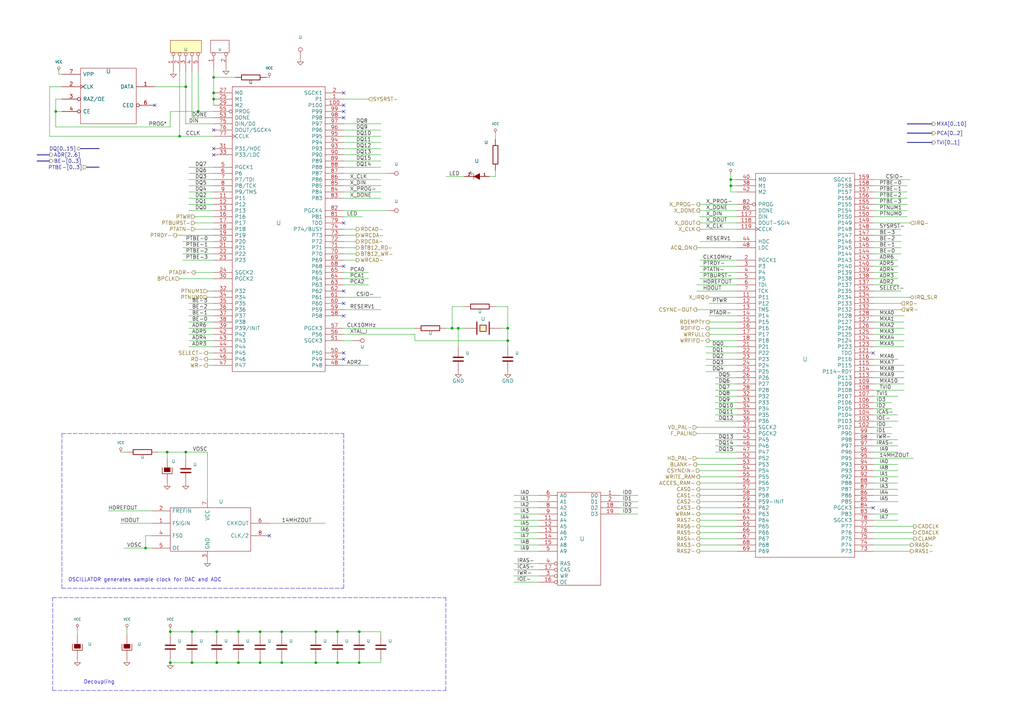
<source format=kicad_sch>
(kicad_sch (version 20220404) (generator eeschema)
  (paper "A3")
  (title_block (title "Video") (date "Sun 22 Mar 2015") (rev "2.0B") (company "Kicad EDA") (comment 1 "Xilinxs"))
  (junction (at 129.54 271.78) (diameter 0.9144))
  (junction (at 106.68 271.78) (diameter 0.9144))
  (junction (at 115.57 259.08) (diameter 0.9144))
  (junction (at 73.66 55.88) (diameter 0.9144))
  (junction (at 147.32 271.78) (diameter 0.9144))
  (junction (at 97.79 259.08) (diameter 0.9144))
  (junction (at 147.32 259.08) (diameter 0.9144))
  (junction (at 208.28 134.62) (diameter 0.9144))
  (junction (at 106.68 259.08) (diameter 0.9144))
  (junction (at 97.79 271.78) (diameter 0.9144))
  (junction (at 87.63 31.75) (diameter 0.9144))
  (junction (at 87.63 38.1) (diameter 0.9144))
  (junction (at 78.74 271.78) (diameter 0.9144))
  (junction (at 138.43 271.78) (diameter 0.9144))
  (junction (at 81.28 45.72) (diameter 0.9144))
  (junction (at 69.85 259.08) (diameter 0.9144))
  (junction (at 76.2 35.56) (diameter 0.9144))
  (junction (at 138.43 259.08) (diameter 0.9144))
  (junction (at 299.72 76.2) (diameter 0.9144))
  (junction (at 69.85 271.78) (diameter 0.9144))
  (junction (at 129.54 259.08) (diameter 0.9144))
  (junction (at 76.2 185.42) (diameter 0.9144))
  (junction (at 299.72 73.66) (diameter 0.9144))
  (junction (at 185.42 134.62) (diameter 0.9144))
  (junction (at 115.57 271.78) (diameter 0.9144))
  (junction (at 78.74 259.08) (diameter 0.9144))
  (junction (at 88.9 259.08) (diameter 0.9144))
  (junction (at 22.86 45.72) (diameter 0.9144))
  (junction (at 88.9 271.78) (diameter 0.9144))
  (junction (at 59.69 224.79) (diameter 0.9144))
  (junction (at 68.58 185.42) (diameter 0.9144))
  (junction (at 187.96 134.62) (diameter 0.9144))
  (junction (at 87.63 40.64) (diameter 0.9144))
  (junction (at 208.28 139.7) (diameter 0.9144))
  (no_connect (at 140.97 119.38))
  (no_connect (at 140.97 45.72))
  (no_connect (at 140.97 109.22))
  (no_connect (at 87.63 60.96))
  (no_connect (at 140.97 43.18))
  (no_connect (at 140.97 38.1))
  (no_connect (at 358.14 144.78))
  (no_connect (at 140.97 129.54))
  (no_connect (at 140.97 147.32))
  (no_connect (at 140.97 124.46))
  (no_connect (at 358.14 208.28))
  (no_connect (at 63.5 43.18))
  (no_connect (at 140.97 144.78))
  (no_connect (at 87.63 63.5))
  (no_connect (at 140.97 91.44))
  (no_connect (at 110.49 219.71))
  (no_connect (at 140.97 48.26))
  (no_connect (at 87.63 53.34))
  (wire (pts (xy 76.2 185.42) (xy 85.09 185.42)))
  (wire (pts (xy 73.66 55.88) (xy 87.63 55.88)))
  (wire (pts (xy 129.54 271.78) (xy 138.43 271.78)))
  (wire (pts (xy 85.09 149.86) (xy 87.63 149.86)))
  (wire (pts (xy 220.98 220.98) (xy 210.82 220.98)))
  (wire (pts (xy 287.02 210.82) (xy 302.26 210.82)))
  (wire (pts (xy 78.74 29.21) (xy 78.74 48.26)))
  (wire (pts (xy 358.14 162.56) (xy 368.3 162.56)))
  (wire (pts (xy 87.63 132.08) (xy 77.47 132.08)))
  (wire (pts (xy 78.74 48.26) (xy 87.63 48.26)))
  (wire (pts (xy 203.2 54.61) (xy 203.2 57.15)))
  (wire (pts (xy 208.28 125.73) (xy 208.28 134.62)))
  (wire (pts (xy 358.14 139.7) (xy 370.84 139.7)))
  (wire (pts (xy 140.97 101.6) (xy 146.05 101.6)))
  (wire (pts (xy 302.26 152.4) (xy 289.56 152.4)))
  (wire (pts (xy 24.13 30.48) (xy 25.4 30.48)))
  (wire (pts (xy 302.26 137.16) (xy 290.83 137.16)))
  (wire (pts (xy 68.58 199.39) (xy 68.58 198.12)))
  (wire (pts (xy 299.72 78.74) (xy 302.26 78.74)))
  (wire (pts (xy 358.14 177.8) (xy 365.76 177.8)))
  (wire (pts (xy 368.3 182.88) (xy 358.14 182.88)))
  (wire (pts (xy 287.02 208.28) (xy 302.26 208.28)))
  (wire (pts (xy 140.97 121.92) (xy 156.21 121.92)))
  (wire (pts (xy 358.14 154.94) (xy 370.84 154.94)))
  (wire (pts (xy 77.47 76.2) (xy 87.63 76.2)))
  (wire (pts (xy 52.07 271.78) (xy 52.07 270.51)))
  (wire (pts (xy 358.14 147.32) (xy 368.3 147.32)))
  (wire (pts (xy 140.97 50.8) (xy 156.21 50.8)))
  (wire (pts (xy 115.57 259.08) (xy 115.57 260.35)))
  (wire (pts (xy 358.14 187.96) (xy 374.65 187.96)))
  (wire (pts (xy 123.19 24.13) (xy 123.19 25.4)))
  (wire (pts (xy 358.14 175.26) (xy 365.76 175.26)))
  (wire (pts (xy 287.02 193.04) (xy 302.26 193.04)))
  (wire (pts (xy 299.72 73.66) (xy 302.26 73.66)))
  (wire (pts (xy 287.02 226.06) (xy 302.26 226.06)))
  (wire (pts (xy 302.26 114.3) (xy 287.02 114.3)))
  (wire (pts (xy 140.97 86.36) (xy 158.75 86.36)))
  (wire (pts (xy 187.96 153.67) (xy 187.96 152.4)))
  (bus (pts (xy 33.02 60.96) (xy 40.64 60.96)))
  (wire (pts (xy 220.98 218.44) (xy 210.82 218.44)))
  (wire (pts (xy 254 210.82) (xy 261.62 210.82)))
  (wire (pts (xy 87.63 139.7) (xy 77.47 139.7)))
  (wire (pts (xy 52.07 185.42) (xy 49.53 185.42)))
  (wire (pts (xy 140.97 104.14) (xy 146.05 104.14)))
  (wire (pts (xy 287.02 203.2) (xy 302.26 203.2)))
  (wire (pts (xy 220.98 205.74) (xy 210.82 205.74)))
  (wire (pts (xy 20.32 35.56) (xy 20.32 55.88)))
  (wire (pts (xy 140.97 53.34) (xy 156.21 53.34)))
  (wire (pts (xy 87.63 129.54) (xy 77.47 129.54)))
  (wire (pts (xy 140.97 78.74) (xy 156.21 78.74)))
  (wire (pts (xy 302.26 147.32) (xy 289.56 147.32)))
  (wire (pts (xy 293.37 167.64) (xy 302.26 167.64)))
  (wire (pts (xy 138.43 271.78) (xy 147.32 271.78)))
  (wire (pts (xy 358.14 223.52) (xy 373.38 223.52)))
  (wire (pts (xy 299.72 71.12) (xy 299.72 73.66)))
  (wire (pts (xy 69.85 45.72) (xy 81.28 45.72)))
  (wire (pts (xy 140.97 73.66) (xy 156.21 73.66)))
  (wire (pts (xy 293.37 185.42) (xy 302.26 185.42)))
  (wire (pts (xy 290.83 134.62) (xy 302.26 134.62)))
  (wire (pts (xy 358.14 160.02) (xy 370.84 160.02)))
  (wire (pts (xy 77.47 86.36) (xy 87.63 86.36)))
  (wire (pts (xy 170.18 139.7) (xy 170.18 137.16)))
  (wire (pts (xy 69.85 271.78) (xy 69.85 273.05)))
  (wire (pts (xy 140.97 68.58) (xy 156.21 68.58)))
  (wire (pts (xy 182.88 72.39) (xy 190.5 72.39)))
  (wire (pts (xy 290.83 139.7) (xy 302.26 139.7)))
  (wire (pts (xy 88.9 259.08) (xy 88.9 260.35)))
  (wire (pts (xy 358.14 215.9) (xy 374.65 215.9)))
  (wire (pts (xy 52.07 257.81) (xy 52.07 260.35)))
  (wire (pts (xy 88.9 270.51) (xy 88.9 271.78)))
  (wire (pts (xy 369.57 96.52) (xy 358.14 96.52)))
  (wire (pts (xy 88.9 271.78) (xy 97.79 271.78)))
  (wire (pts (xy 358.14 134.62) (xy 370.84 134.62)))
  (wire (pts (xy 287.02 93.98) (xy 302.26 93.98)))
  (wire (pts (xy 368.3 203.2) (xy 358.14 203.2)))
  (wire (pts (xy 140.97 139.7) (xy 144.78 139.7)))
  (wire (pts (xy 368.3 198.12) (xy 358.14 198.12)))
  (wire (pts (xy 358.14 73.66) (xy 373.38 73.66)))
  (wire (pts (xy 156.21 271.78) (xy 156.21 270.51)))
  (wire (pts (xy 87.63 38.1) (xy 87.63 40.64)))
  (wire (pts (xy 129.54 259.08) (xy 138.43 259.08)))
  (wire (pts (xy 140.97 76.2) (xy 156.21 76.2)))
  (wire (pts (xy 80.01 93.98) (xy 87.63 93.98)))
  (wire (pts (xy 220.98 213.36) (xy 210.82 213.36)))
  (wire (pts (xy 140.97 106.68) (xy 146.05 106.68)))
  (wire (pts (xy 24.13 29.21) (xy 24.13 30.48)))
  (wire (pts (xy 358.14 165.1) (xy 365.76 165.1)))
  (wire (pts (xy 115.57 271.78) (xy 129.54 271.78)))
  (wire (pts (xy 77.47 71.12) (xy 87.63 71.12)))
  (wire (pts (xy 88.9 259.08) (xy 97.79 259.08)))
  (wire (pts (xy 87.63 101.6) (xy 74.93 101.6)))
  (wire (pts (xy 147.32 271.78) (xy 156.21 271.78)))
  (wire (pts (xy 302.26 109.22) (xy 287.02 109.22)))
  (wire (pts (xy 372.11 88.9) (xy 358.14 88.9)))
  (wire (pts (xy 140.97 81.28) (xy 156.21 81.28)))
  (wire (pts (xy 372.11 83.82) (xy 358.14 83.82)))
  (wire (pts (xy 358.14 149.86) (xy 370.84 149.86)))
  (wire (pts (xy 254 205.74) (xy 261.62 205.74)))
  (wire (pts (xy 293.37 162.56) (xy 302.26 162.56)))
  (wire (pts (xy 368.3 172.72) (xy 358.14 172.72)))
  (wire (pts (xy 358.14 91.44) (xy 373.38 91.44)))
  (wire (pts (xy 372.11 86.36) (xy 358.14 86.36)))
  (bus (pts (xy 15.24 63.5) (xy 20.32 63.5)))
  (wire (pts (xy 69.85 259.08) (xy 69.85 260.35)))
  (wire (pts (xy 299.72 73.66) (xy 299.72 76.2)))
  (wire (pts (xy 80.01 88.9) (xy 87.63 88.9)))
  (wire (pts (xy 78.74 260.35) (xy 78.74 259.08)))
  (wire (pts (xy 59.69 224.79) (xy 59.69 219.71)))
  (wire (pts (xy 358.14 121.92) (xy 373.38 121.92)))
  (wire (pts (xy 50.8 224.79) (xy 59.69 224.79)))
  (wire (pts (xy 115.57 270.51) (xy 115.57 271.78)))
  (wire (pts (xy 287.02 215.9) (xy 302.26 215.9)))
  (wire (pts (xy 71.12 30.48) (xy 71.12 29.21)))
  (wire (pts (xy 69.85 271.78) (xy 78.74 271.78)))
  (wire (pts (xy 140.97 111.76) (xy 151.13 111.76)))
  (wire (pts (xy 358.14 142.24) (xy 370.84 142.24)))
  (bus (pts (xy 372.11 50.8) (xy 382.27 50.8)))
  (wire (pts (xy 220.98 238.76) (xy 210.82 238.76)))
  (wire (pts (xy 77.47 83.82) (xy 87.63 83.82)))
  (wire (pts (xy 140.97 99.06) (xy 146.05 99.06)))
  (wire (pts (xy 110.49 31.75) (xy 109.22 31.75)))
  (wire (pts (xy 140.97 88.9) (xy 148.59 88.9)))
  (wire (pts (xy 138.43 259.08) (xy 147.32 259.08)))
  (polyline (pts (xy 25.4 241.3) (xy 140.97 241.3)) (stroke (width 0) (type dash)))
  (wire (pts (xy 77.47 81.28) (xy 87.63 81.28)))
  (wire (pts (xy 285.75 177.8) (xy 302.26 177.8)))
  (wire (pts (xy 287.02 223.52) (xy 302.26 223.52)))
  (wire (pts (xy 140.97 93.98) (xy 146.05 93.98)))
  (wire (pts (xy 205.74 134.62) (xy 208.28 134.62)))
  (wire (pts (xy 368.3 210.82) (xy 358.14 210.82)))
  (wire (pts (xy 182.88 134.62) (xy 185.42 134.62)))
  (bus (pts (xy 15.24 66.04) (xy 20.32 66.04)))
  (wire (pts (xy 358.14 132.08) (xy 370.84 132.08)))
  (wire (pts (xy 156.21 127) (xy 140.97 127)))
  (wire (pts (xy 287.02 200.66) (xy 302.26 200.66)))
  (wire (pts (xy 287.02 88.9) (xy 302.26 88.9)))
  (polyline (pts (xy 21.59 283.21) (xy 182.88 283.21)) (stroke (width 0) (type dash)))
  (wire (pts (xy 77.47 73.66) (xy 87.63 73.66)))
  (wire (pts (xy 368.3 205.74) (xy 358.14 205.74)))
  (wire (pts (xy 85.09 144.78) (xy 87.63 144.78)))
  (wire (pts (xy 208.28 134.62) (xy 208.28 139.7)))
  (wire (pts (xy 87.63 27.94) (xy 87.63 31.75)))
  (wire (pts (xy 76.2 35.56) (xy 76.2 50.8)))
  (wire (pts (xy 20.32 55.88) (xy 73.66 55.88)))
  (wire (pts (xy 187.96 134.62) (xy 187.96 142.24)))
  (wire (pts (xy 302.26 99.06) (xy 287.02 99.06)))
  (wire (pts (xy 358.14 106.68) (xy 368.3 106.68)))
  (wire (pts (xy 78.74 270.51) (xy 78.74 271.78)))
  (wire (pts (xy 85.09 147.32) (xy 87.63 147.32)))
  (wire (pts (xy 85.09 119.38) (xy 87.63 119.38)))
  (wire (pts (xy 140.97 116.84) (xy 151.13 116.84)))
  (wire (pts (xy 285.75 187.96) (xy 302.26 187.96)))
  (wire (pts (xy 358.14 129.54) (xy 370.84 129.54)))
  (wire (pts (xy 220.98 215.9) (xy 210.82 215.9)))
  (wire (pts (xy 92.71 29.21) (xy 92.71 27.94)))
  (wire (pts (xy 76.2 185.42) (xy 76.2 187.96)))
  (wire (pts (xy 293.37 165.1) (xy 302.26 165.1)))
  (wire (pts (xy 368.3 180.34) (xy 358.14 180.34)))
  (wire (pts (xy 22.86 40.64) (xy 22.86 45.72)))
  (wire (pts (xy 76.2 199.39) (xy 76.2 198.12)))
  (wire (pts (xy 72.39 96.52) (xy 87.63 96.52)))
  (wire (pts (xy 44.45 209.55) (xy 62.23 209.55)))
  (wire (pts (xy 369.57 104.14) (xy 358.14 104.14)))
  (wire (pts (xy 77.47 68.58) (xy 87.63 68.58)))
  (wire (pts (xy 151.13 149.86) (xy 140.97 149.86)))
  (wire (pts (xy 287.02 86.36) (xy 302.26 86.36)))
  (wire (pts (xy 372.11 78.74) (xy 358.14 78.74)))
  (wire (pts (xy 302.26 142.24) (xy 289.56 142.24)))
  (wire (pts (xy 63.5 35.56) (xy 76.2 35.56)))
  (wire (pts (xy 87.63 134.62) (xy 77.47 134.62)))
  (wire (pts (xy 220.98 226.06) (xy 210.82 226.06)))
  (wire (pts (xy 31.75 271.78) (xy 31.75 270.51)))
  (wire (pts (xy 69.85 52.07) (xy 69.85 45.72)))
  (wire (pts (xy 368.3 190.5) (xy 358.14 190.5)))
  (wire (pts (xy 187.96 134.62) (xy 190.5 134.62)))
  (wire (pts (xy 147.32 259.08) (xy 147.32 260.35)))
  (polyline (pts (xy 21.59 283.21) (xy 21.59 245.11)) (stroke (width 0) (type dash)))
  (wire (pts (xy 368.3 213.36) (xy 358.14 213.36)))
  (wire (pts (xy 287.02 83.82) (xy 302.26 83.82)))
  (wire (pts (xy 185.42 125.73) (xy 190.5 125.73)))
  (wire (pts (xy 358.14 119.38) (xy 369.57 119.38)))
  (wire (pts (xy 287.02 106.68) (xy 302.26 106.68)))
  (wire (pts (xy 208.28 139.7) (xy 208.28 142.24)))
  (wire (pts (xy 25.4 45.72) (xy 22.86 45.72)))
  (wire (pts (xy 129.54 259.08) (xy 129.54 260.35)))
  (polyline (pts (xy 182.88 283.21) (xy 182.88 245.11)) (stroke (width 0) (type dash)))
  (wire (pts (xy 85.09 185.42) (xy 85.09 204.47)))
  (wire (pts (xy 185.42 125.73) (xy 185.42 134.62)))
  (wire (pts (xy 68.58 185.42) (xy 76.2 185.42)))
  (wire (pts (xy 358.14 167.64) (xy 365.76 167.64)))
  (wire (pts (xy 293.37 172.72) (xy 302.26 172.72)))
  (wire (pts (xy 358.14 218.44) (xy 374.65 218.44)))
  (bus (pts (xy 35.56 68.58) (xy 40.64 68.58)))
  (wire (pts (xy 77.47 78.74) (xy 87.63 78.74)))
  (wire (pts (xy 68.58 185.42) (xy 68.58 187.96)))
  (wire (pts (xy 368.3 111.76) (xy 358.14 111.76)))
  (wire (pts (xy 22.86 45.72) (xy 22.86 52.07)))
  (wire (pts (xy 49.53 214.63) (xy 62.23 214.63)))
  (wire (pts (xy 87.63 99.06) (xy 74.93 99.06)))
  (wire (pts (xy 59.69 219.71) (xy 62.23 219.71)))
  (bus (pts (xy 372.11 54.61) (xy 382.27 54.61)))
  (wire (pts (xy 287.02 198.12) (xy 302.26 198.12)))
  (wire (pts (xy 140.97 55.88) (xy 156.21 55.88)))
  (wire (pts (xy 156.21 259.08) (xy 156.21 260.35)))
  (wire (pts (xy 85.09 121.92) (xy 87.63 121.92)))
  (wire (pts (xy 293.37 182.88) (xy 302.26 182.88)))
  (wire (pts (xy 368.3 195.58) (xy 358.14 195.58)))
  (wire (pts (xy 185.42 134.62) (xy 187.96 134.62)))
  (wire (pts (xy 140.97 96.52) (xy 146.05 96.52)))
  (wire (pts (xy 287.02 220.98) (xy 302.26 220.98)))
  (wire (pts (xy 138.43 271.78) (xy 138.43 270.51)))
  (wire (pts (xy 302.26 149.86) (xy 289.56 149.86)))
  (wire (pts (xy 106.68 259.08) (xy 106.68 260.35)))
  (wire (pts (xy 64.77 185.42) (xy 68.58 185.42)))
  (wire (pts (xy 140.97 134.62) (xy 170.18 134.62)))
  (wire (pts (xy 220.98 203.2) (xy 210.82 203.2)))
  (wire (pts (xy 287.02 195.58) (xy 302.26 195.58)))
  (wire (pts (xy 368.3 114.3) (xy 358.14 114.3)))
  (wire (pts (xy 81.28 45.72) (xy 87.63 45.72)))
  (wire (pts (xy 129.54 271.78) (xy 129.54 270.51)))
  (wire (pts (xy 299.72 76.2) (xy 302.26 76.2)))
  (wire (pts (xy 78.74 271.78) (xy 88.9 271.78)))
  (wire (pts (xy 358.14 226.06) (xy 373.38 226.06)))
  (wire (pts (xy 147.32 259.08) (xy 156.21 259.08)))
  (wire (pts (xy 97.79 259.08) (xy 106.68 259.08)))
  (wire (pts (xy 358.14 124.46) (xy 369.57 124.46)))
  (wire (pts (xy 106.68 271.78) (xy 115.57 271.78)))
  (wire (pts (xy 368.3 185.42) (xy 358.14 185.42)))
  (wire (pts (xy 59.69 224.79) (xy 62.23 224.79)))
  (wire (pts (xy 285.75 116.84) (xy 302.26 116.84)))
  (wire (pts (xy 254 203.2) (xy 261.62 203.2)))
  (wire (pts (xy 293.37 170.18) (xy 302.26 170.18)))
  (wire (pts (xy 302.26 124.46) (xy 290.83 124.46)))
  (wire (pts (xy 293.37 180.34) (xy 302.26 180.34)))
  (wire (pts (xy 31.75 257.81) (xy 31.75 260.35)))
  (wire (pts (xy 110.49 214.63) (xy 133.35 214.63)))
  (wire (pts (xy 302.26 129.54) (xy 290.83 129.54)))
  (wire (pts (xy 106.68 259.08) (xy 115.57 259.08)))
  (wire (pts (xy 220.98 231.14) (xy 210.82 231.14)))
  (wire (pts (xy 220.98 236.22) (xy 210.82 236.22)))
  (wire (pts (xy 81.28 29.21) (xy 81.28 45.72)))
  (wire (pts (xy 106.68 270.51) (xy 106.68 271.78)))
  (wire (pts (xy 87.63 127) (xy 77.47 127)))
  (wire (pts (xy 69.85 270.51) (xy 69.85 271.78)))
  (wire (pts (xy 220.98 223.52) (xy 210.82 223.52)))
  (wire (pts (xy 203.2 125.73) (xy 208.28 125.73)))
  (wire (pts (xy 147.32 271.78) (xy 147.32 270.51)))
  (wire (pts (xy 140.97 60.96) (xy 156.21 60.96)))
  (wire (pts (xy 69.85 257.81) (xy 69.85 259.08)))
  (wire (pts (xy 368.3 193.04) (xy 358.14 193.04)))
  (wire (pts (xy 358.14 137.16) (xy 370.84 137.16)))
  (wire (pts (xy 293.37 160.02) (xy 302.26 160.02)))
  (wire (pts (xy 285.75 190.5) (xy 302.26 190.5)))
  (wire (pts (xy 208.28 152.4) (xy 208.28 153.67)))
  (wire (pts (xy 285.75 119.38) (xy 302.26 119.38)))
  (wire (pts (xy 372.11 76.2) (xy 358.14 76.2)))
  (wire (pts (xy 140.97 66.04) (xy 156.21 66.04)))
  (wire (pts (xy 302.26 144.78) (xy 289.56 144.78)))
  (wire (pts (xy 87.63 104.14) (xy 74.93 104.14)))
  (wire (pts (xy 220.98 208.28) (xy 210.82 208.28)))
  (wire (pts (xy 203.2 72.39) (xy 203.2 69.85)))
  (wire (pts (xy 140.97 114.3) (xy 151.13 114.3)))
  (wire (pts (xy 87.63 40.64) (xy 87.63 43.18)))
  (wire (pts (xy 220.98 210.82) (xy 210.82 210.82)))
  (wire (pts (xy 87.63 142.24) (xy 77.47 142.24)))
  (wire (pts (xy 302.26 111.76) (xy 287.02 111.76)))
  (wire (pts (xy 285.75 175.26) (xy 302.26 175.26)))
  (wire (pts (xy 369.57 99.06) (xy 358.14 99.06)))
  (wire (pts (xy 372.11 81.28) (xy 358.14 81.28)))
  (wire (pts (xy 369.57 93.98) (xy 358.14 93.98)))
  (wire (pts (xy 287.02 218.44) (xy 302.26 218.44)))
  (wire (pts (xy 299.72 76.2) (xy 299.72 78.74)))
  (wire (pts (xy 368.3 109.22) (xy 358.14 109.22)))
  (wire (pts (xy 138.43 259.08) (xy 138.43 260.35)))
  (wire (pts (xy 358.14 220.98) (xy 374.65 220.98)))
  (wire (pts (xy 87.63 114.3) (xy 73.66 114.3)))
  (wire (pts (xy 254 208.28) (xy 261.62 208.28)))
  (wire (pts (xy 87.63 31.75) (xy 87.63 38.1)))
  (wire (pts (xy 220.98 233.68) (xy 210.82 233.68)))
  (wire (pts (xy 302.26 121.92) (xy 290.83 121.92)))
  (wire (pts (xy 302.26 132.08) (xy 290.83 132.08)))
  (wire (pts (xy 151.13 40.64) (xy 140.97 40.64)))
  (polyline (pts (xy 21.59 245.11) (xy 182.88 245.11)) (stroke (width 0) (type dash)))
  (bus (pts (xy 372.11 58.42) (xy 382.27 58.42)))
  (wire (pts (xy 97.79 271.78) (xy 106.68 271.78)))
  (polyline (pts (xy 25.4 241.3) (xy 25.4 177.8)) (stroke (width 0) (type dash)))
  (wire (pts (xy 287.02 205.74) (xy 302.26 205.74)))
  (wire (pts (xy 208.28 139.7) (xy 170.18 139.7)))
  (wire (pts (xy 73.66 29.21) (xy 73.66 55.88)))
  (wire (pts (xy 22.86 52.07) (xy 69.85 52.07)))
  (wire (pts (xy 80.01 91.44) (xy 87.63 91.44)))
  (wire (pts (xy 96.52 31.75) (xy 87.63 31.75)))
  (wire (pts (xy 200.66 72.39) (xy 203.2 72.39)))
  (wire (pts (xy 287.02 213.36) (xy 302.26 213.36)))
  (wire (pts (xy 87.63 124.46) (xy 77.47 124.46)))
  (wire (pts (xy 87.63 137.16) (xy 77.47 137.16)))
  (wire (pts (xy 358.14 127) (xy 369.57 127)))
  (wire (pts (xy 358.14 152.4) (xy 370.84 152.4)))
  (polyline (pts (xy 140.97 241.3) (xy 140.97 177.8)) (stroke (width 0) (type dash)))
  (wire (pts (xy 25.4 35.56) (xy 20.32 35.56)))
  (wire (pts (xy 87.63 106.68) (xy 74.93 106.68)))
  (wire (pts (xy 358.14 157.48) (xy 370.84 157.48)))
  (wire (pts (xy 97.79 270.51) (xy 97.79 271.78)))
  (wire (pts (xy 368.3 170.18) (xy 358.14 170.18)))
  (wire (pts (xy 285.75 101.6) (xy 302.26 101.6)))
  (wire (pts (xy 285.75 127) (xy 302.26 127)))
  (wire (pts (xy 140.97 71.12) (xy 158.75 71.12)))
  (wire (pts (xy 369.57 101.6) (xy 358.14 101.6)))
  (wire (pts (xy 25.4 40.64) (xy 22.86 40.64)))
  (wire (pts (xy 85.09 229.87) (xy 85.09 231.14)))
  (wire (pts (xy 76.2 50.8) (xy 87.63 50.8)))
  (wire (pts (xy 140.97 63.5) (xy 156.21 63.5)))
  (wire (pts (xy 69.85 259.08) (xy 78.74 259.08)))
  (wire (pts (xy 76.2 29.21) (xy 76.2 35.56)))
  (wire (pts (xy 368.3 116.84) (xy 358.14 116.84)))
  (wire (pts (xy 287.02 91.44) (xy 302.26 91.44)))
  (wire (pts (xy 78.74 259.08) (xy 88.9 259.08)))
  (wire (pts (xy 115.57 259.08) (xy 129.54 259.08)))
  (wire (pts (xy 368.3 200.66) (xy 358.14 200.66)))
  (wire (pts (xy 80.01 111.76) (xy 87.63 111.76)))
  (wire (pts (xy 302.26 154.94) (xy 293.37 154.94)))
  (wire (pts (xy 140.97 58.42) (xy 156.21 58.42)))
  (wire (pts (xy 170.18 137.16) (xy 140.97 137.16)))
  (wire (pts (xy 97.79 260.35) (xy 97.79 259.08)))
  (polyline (pts (xy 25.4 177.8) (xy 140.97 177.8)) (stroke (width 0) (type dash)))
  (wire (pts (xy 302.26 157.48) (xy 293.37 157.48)))
  (text "Decoupling" (at 34.29 280.67 0) (effects (font (size 1.524 1.524)) (justify left bottom)))
  (text "OSCILLATOR generates sample clock for DAC and ADC" (at 27.94 238.76 0) (effects (font (size 1.524 1.524)) (justify left bottom)))
  (label "X_CLK" (at 143.51 73.66 0) (effects (font (size 1.524 1.524))))
  (label "TVI0" (at 360.68 160.02 0) (effects (font (size 1.524 1.524))))
  (label "DQ1" (at 80.01 83.82 0) (effects (font (size 1.524 1.524))))
  (label "CSIO-" (at 146.05 121.92 0) (effects (font (size 1.524 1.524))))
  (label "BE-0" (at 360.68 104.14 0) (effects (font (size 1.524 1.524))))
  (label "IA9" (at 213.36 226.06 0) (effects (font (size 1.524 1.524))))
  (label "IA3" (at 360.68 200.66 0) (effects (font (size 1.524 1.524))))
  (label "BE-3" (at 78.74 124.46 0) (effects (font (size 1.524 1.524))))
  (label "RESERV1" (at 143.51 127 0) (effects (font (size 1.524 1.524))))
  (label "DQ11" (at 146.05 58.42 0) (effects (font (size 1.524 1.524))))
  (label "DQ0" (at 80.01 86.36 0) (effects (font (size 1.524 1.524))))
  (label "ID2" (at 255.27 208.28 0) (effects (font (size 1.524 1.524))))
  (label "MXA8" (at 360.68 152.4 0) (effects (font (size 1.524 1.524))))
  (label "MXA2" (at 360.68 134.62 0) (effects (font (size 1.524 1.524))))
  (label "DONE" (at 78.74 48.26 0) (effects (font (size 1.524 1.524))))
  (label "ADR5" (at 78.74 137.16 0) (effects (font (size 1.524 1.524))))
  (label "MXA1" (at 360.68 132.08 0) (effects (font (size 1.524 1.524))))
  (label "PTBE-2" (at 360.68 81.28 0) (effects (font (size 1.524 1.524))))
  (label "BE-0" (at 78.74 132.08 0) (effects (font (size 1.524 1.524))))
  (label "14MHZOUT" (at 115.57 214.63 0) (effects (font (size 1.524 1.524))))
  (label "DQ5" (at 80.01 76.2 0) (effects (font (size 1.524 1.524))))
  (label "PTBE-1" (at 76.2 101.6 0) (effects (font (size 1.524 1.524))))
  (label "IRAS-" (at 359.41 182.88 0) (effects (font (size 1.524 1.524))))
  (label "HDOUT" (at 288.29 119.38 0) (effects (font (size 1.524 1.524))))
  (label "ADR6" (at 360.68 106.68 0) (effects (font (size 1.524 1.524))))
  (label "X_PROG-" (at 289.56 83.82 0) (effects (font (size 1.524 1.524))))
  (label "DQ1" (at 292.1 144.78 0) (effects (font (size 1.524 1.524))))
  (label "ADR2" (at 142.24 149.86 0) (effects (font (size 1.524 1.524))))
  (label "PTBE-3" (at 360.68 83.82 0) (effects (font (size 1.524 1.524))))
  (label "PCA1" (at 143.51 114.3 0) (effects (font (size 1.524 1.524))))
  (label "IA4" (at 213.36 213.36 0) (effects (font (size 1.524 1.524))))
  (label "DQ4" (at 292.1 152.4 0) (effects (font (size 1.524 1.524))))
  (label "ADR3" (at 360.68 114.3 0) (effects (font (size 1.524 1.524))))
  (label "MXA6" (at 360.68 147.32 0) (effects (font (size 1.524 1.524))))
  (label "DIN" (at 77.47 50.8 0) (effects (font (size 1.524 1.524))))
  (label "MXA4" (at 360.68 139.7 0) (effects (font (size 1.524 1.524))))
  (label "IA7" (at 360.68 213.36 0) (effects (font (size 1.524 1.524))))
  (label "DQ11" (at 294.64 170.18 0) (effects (font (size 1.524 1.524))))
  (label "DQ2" (at 80.01 81.28 0) (effects (font (size 1.524 1.524))))
  (label "DQ9" (at 294.64 165.1 0) (effects (font (size 1.524 1.524))))
  (label "X_DONE" (at 289.56 86.36 0) (effects (font (size 1.524 1.524))))
  (label "PTADR-" (at 290.83 129.54 0) (effects (font (size 1.524 1.524))))
  (label "HDREFOUT" (at 44.45 209.55 0) (effects (font (size 1.524 1.524))))
  (label "IA8" (at 213.36 223.52 0) (effects (font (size 1.524 1.524))))
  (label "IA2" (at 360.68 198.12 0) (effects (font (size 1.524 1.524))))
  (label "ADR4" (at 360.68 111.76 0) (effects (font (size 1.524 1.524))))
  (label "BE-1" (at 360.68 101.6 0) (effects (font (size 1.524 1.524))))
  (label "DQ7" (at 80.01 68.58 0) (effects (font (size 1.524 1.524))))
  (label "PTNUM0" (at 360.68 88.9 0) (effects (font (size 1.524 1.524))))
  (label "ID1" (at 255.27 205.74 0) (effects (font (size 1.524 1.524))))
  (label "HDOUT" (at 49.53 214.63 0) (effects (font (size 1.524 1.524))))
  (label "X_DIN" (at 289.56 88.9 0) (effects (font (size 1.524 1.524))))
  (label "IA1" (at 360.68 195.58 0) (effects (font (size 1.524 1.524))))
  (label "MXA5" (at 360.68 142.24 0) (effects (font (size 1.524 1.524))))
  (label "DQ9" (at 146.05 53.34 0) (effects (font (size 1.524 1.524))))
  (label "IA8" (at 360.68 193.04 0) (effects (font (size 1.524 1.524))))
  (label "DQ0" (at 292.1 142.24 0) (effects (font (size 1.524 1.524))))
  (label "MXA0" (at 360.68 129.54 0) (effects (font (size 1.524 1.524))))
  (label "RESERV1" (at 289.56 99.06 0) (effects (font (size 1.524 1.524))))
  (label "DQ5" (at 294.64 154.94 0) (effects (font (size 1.524 1.524))))
  (label "PTBE-3" (at 76.2 106.68 0) (effects (font (size 1.524 1.524))))
  (label "ICAS-" (at 359.41 170.18 0) (effects (font (size 1.524 1.524))))
  (label "VOSC" (at 52.07 224.79 0) (effects (font (size 1.524 1.524))))
  (label "TVI1" (at 359.41 162.56 0) (effects (font (size 1.524 1.524))))
  (label "ADR5" (at 360.68 109.22 0) (effects (font (size 1.524 1.524))))
  (label "ADR2" (at 360.68 116.84 0) (effects (font (size 1.524 1.524))))
  (label "DQ14" (at 146.05 68.58 0) (effects (font (size 1.524 1.524))))
  (label "IA7" (at 213.36 220.98 0) (effects (font (size 1.524 1.524))))
  (label "LED" (at 142.24 88.9 0) (effects (font (size 1.524 1.524))))
  (label "DQ15" (at 146.05 66.04 0) (effects (font (size 1.524 1.524))))
  (label "ICAS-" (at 212.09 233.68 0) (effects (font (size 1.524 1.524))))
  (label "MXA7" (at 360.68 149.86 0) (effects (font (size 1.524 1.524))))
  (label "MXA9" (at 360.68 154.94 0) (effects (font (size 1.524 1.524))))
  (label "PCA0" (at 143.51 111.76 0) (effects (font (size 1.524 1.524))))
  (label "VOSC" (at 85.09 185.42 0) (effects (font (size 1.524 1.524))))
  (label "CLK10MHz" (at 288.29 106.68 0) (effects (font (size 1.524 1.524))))
  (label "X_DOUT" (at 289.56 91.44 0) (effects (font (size 1.524 1.524))))
  (label "IA5" (at 213.36 215.9 0) (effects (font (size 1.524 1.524))))
  (label "PCA2" (at 143.51 116.84 0) (effects (font (size 1.524 1.524))))
  (label "MXA3" (at 360.68 137.16 0) (effects (font (size 1.524 1.524))))
  (label "DQ8" (at 146.05 50.8 0) (effects (font (size 1.524 1.524))))
  (label "PTWR" (at 292.1 124.46 0) (effects (font (size 1.524 1.524))))
  (label "IA6" (at 213.36 218.44 0) (effects (font (size 1.524 1.524))))
  (label "IA4" (at 360.68 203.2 0) (effects (font (size 1.524 1.524))))
  (label "X_PROG-" (at 143.51 78.74 0) (effects (font (size 1.524 1.524))))
  (label "SYSRST-" (at 360.68 93.98 0) (effects (font (size 1.524 1.524))))
  (label "BE-3" (at 360.68 96.52 0) (effects (font (size 1.524 1.524))))
  (label "DQ13" (at 146.05 63.5 0) (effects (font (size 1.524 1.524))))
  (label "XTAL_I" (at 143.51 137.16 0) (effects (font (size 1.524 1.524))))
  (label "DQ12" (at 146.05 60.96 0) (effects (font (size 1.524 1.524))))
  (label "CCLK" (at 76.2 55.88 0) (effects (font (size 1.524 1.524))))
  (label "ADR4" (at 78.74 139.7 0) (effects (font (size 1.524 1.524))))
  (label "PROG*" (at 60.96 52.07 0) (effects (font (size 1.524 1.524))))
  (label "DQ3" (at 292.1 149.86 0) (effects (font (size 1.524 1.524))))
  (label "ID1" (at 359.41 177.8 0) (effects (font (size 1.524 1.524))))
  (label "PTATN-" (at 288.29 111.76 0) (effects (font (size 1.524 1.524))))
  (label "IWR-" (at 212.09 236.22 0) (effects (font (size 1.524 1.524))))
  (label "IWR-" (at 359.41 180.34 0) (effects (font (size 1.524 1.524))))
  (label "ID3" (at 359.41 165.1 0) (effects (font (size 1.524 1.524))))
  (label "IA2" (at 213.36 208.28 0) (effects (font (size 1.524 1.524))))
  (label "IA1" (at 213.36 205.74 0) (effects (font (size 1.524 1.524))))
  (label "PTNUM1" (at 360.68 86.36 0) (effects (font (size 1.524 1.524))))
  (label "DQ6" (at 294.64 157.48 0) (effects (font (size 1.524 1.524))))
  (label "IOE-" (at 359.41 172.72 0) (effects (font (size 1.524 1.524))))
  (label "PTRDY-" (at 288.29 109.22 0) (effects (font (size 1.524 1.524))))
  (label "DQ13" (at 294.64 180.34 0) (effects (font (size 1.524 1.524))))
  (label "IA3" (at 213.36 210.82 0) (effects (font (size 1.524 1.524))))
  (label "DQ12" (at 294.64 172.72 0) (effects (font (size 1.524 1.524))))
  (label "ID3" (at 255.27 210.82 0) (effects (font (size 1.524 1.524))))
  (label "X_DONE" (at 143.51 81.28 0) (effects (font (size 1.524 1.524))))
  (label "PTBE-0" (at 76.2 99.06 0) (effects (font (size 1.524 1.524))))
  (label "X_DIN" (at 143.51 76.2 0) (effects (font (size 1.524 1.524))))
  (label "BE-2" (at 78.74 127 0) (effects (font (size 1.524 1.524))))
  (label "IA0" (at 360.68 190.5 0) (effects (font (size 1.524 1.524))))
  (label "ADR6" (at 78.74 134.62 0) (effects (font (size 1.524 1.524))))
  (label "PTBE-0" (at 360.68 76.2 0) (effects (font (size 1.524 1.524))))
  (label "PTBE-2" (at 76.2 104.14 0) (effects (font (size 1.524 1.524))))
  (label "DQ4" (at 80.01 78.74 0) (effects (font (size 1.524 1.524))))
  (label "HDREFOUT" (at 288.29 116.84 0) (effects (font (size 1.524 1.524))))
  (label "BE-2" (at 360.68 99.06 0) (effects (font (size 1.524 1.524))))
  (label "DQ3" (at 80.01 73.66 0) (effects (font (size 1.524 1.524))))
  (label "IOE-" (at 212.09 238.76 0) (effects (font (size 1.524 1.524))))
  (label "IA5" (at 360.68 205.74 0) (effects (font (size 1.524 1.524))))
  (label "DQ14" (at 294.64 182.88 0) (effects (font (size 1.524 1.524))))
  (label "14MHZOUT" (at 360.68 187.96 0) (effects (font (size 1.524 1.524))))
  (label "IA6" (at 360.68 210.82 0) (effects (font (size 1.524 1.524))))
  (label "IRAS-" (at 212.09 231.14 0) (effects (font (size 1.524 1.524))))
  (label "IA0" (at 213.36 203.2 0) (effects (font (size 1.524 1.524))))
  (label "PTBURST-" (at 288.29 114.3 0) (effects (font (size 1.524 1.524))))
  (label "PTBE-1" (at 360.68 78.74 0) (effects (font (size 1.524 1.524))))
  (label "ID0" (at 255.27 203.2 0) (effects (font (size 1.524 1.524))))
  (label "ID0" (at 359.41 175.26 0) (effects (font (size 1.524 1.524))))
  (label "X_CLK" (at 289.56 93.98 0) (effects (font (size 1.524 1.524))))
  (label "CLK10MHz" (at 142.24 134.62 0) (effects (font (size 1.524 1.524))))
  (label "MXA10" (at 360.68 157.48 0) (effects (font (size 1.524 1.524))))
  (label "ID2" (at 359.41 167.64 0) (effects (font (size 1.524 1.524))))
  (label "ADR3" (at 78.74 142.24 0) (effects (font (size 1.524 1.524))))
  (label "DQ8" (at 294.64 162.56 0) (effects (font (size 1.524 1.524))))
  (label "LED" (at 184.15 72.39 0) (effects (font (size 1.524 1.524))))
  (label "DQ10" (at 146.05 55.88 0) (effects (font (size 1.524 1.524))))
  (label "DQ2" (at 292.1 147.32 0) (effects (font (size 1.524 1.524))))
  (label "IA9" (at 360.68 185.42 0) (effects (font (size 1.524 1.524))))
  (label "DQ6" (at 80.01 71.12 0) (effects (font (size 1.524 1.524))))
  (label "DQ7" (at 294.64 160.02 0) (effects (font (size 1.524 1.524))))
  (label "DQ10" (at 294.64 167.64 0) (effects (font (size 1.524 1.524))))
  (label "CSIO-" (at 363.22 73.66 0) (effects (font (size 1.524 1.524))))
  (label "DQ15" (at 294.64 185.42 0) (effects (font (size 1.524 1.524))))
  (label "BE-1" (at 78.74 129.54 0) (effects (font (size 1.524 1.524))))
  (label "SELECT-" (at 360.68 119.38 0) (effects (font (size 1.524 1.524))))
  (hierarchical_label "RAS7-" (shape output) (at 287.02 213.36 180) (effects (font (size 1.524 1.524))))
  (hierarchical_label "RDEMPTY" (shape output) (at 290.83 132.08 180) (effects (font (size 1.524 1.524))))
  (hierarchical_label "X_DOUT" (shape output) (at 287.02 91.44 180) (effects (font (size 1.524 1.524))))
  (hierarchical_label "PCA[0..2]" (shape output) (at 382.27 54.61 0) (effects (font (size 1.524 1.524))))
  (hierarchical_label "RDFIFO-" (shape output) (at 290.83 134.62 180) (effects (font (size 1.524 1.524))))
  (hierarchical_label "PTNUM1" (shape input) (at 85.09 119.38 180) (effects (font (size 1.524 1.524))))
  (hierarchical_label "X_IRQ" (shape bidirectional) (at 290.83 121.92 180) (effects (font (size 1.524 1.524))))
  (hierarchical_label "CSYNC-OUT" (shape output) (at 285.75 127 180) (effects (font (size 1.524 1.524))))
  (hierarchical_label "RAS4-" (shape output) (at 287.02 220.98 180) (effects (font (size 1.524 1.524))))
  (hierarchical_label "PTATN-" (shape input) (at 80.01 93.98 180) (effects (font (size 1.524 1.524))))
  (hierarchical_label "WRITE_RAM" (shape output) (at 287.02 195.58 180) (effects (font (size 1.524 1.524))))
  (hierarchical_label "ACQ_ON" (shape output) (at 285.75 101.6 180) (effects (font (size 1.524 1.524))))
  (hierarchical_label "X_PROG-" (shape output) (at 287.02 83.82 180) (effects (font (size 1.524 1.524))))
  (hierarchical_label "WR-" (shape input) (at 369.57 127 0) (effects (font (size 1.524 1.524))))
  (hierarchical_label "CSYNCIN-" (shape input) (at 287.02 193.04 180) (effects (font (size 1.524 1.524))))
  (hierarchical_label "CAS1-" (shape output) (at 287.02 203.2 180) (effects (font (size 1.524 1.524))))
  (hierarchical_label "HD_PAL-" (shape input) (at 285.75 187.96 180) (effects (font (size 1.524 1.524))))
  (hierarchical_label "PTWR" (shape input) (at 80.01 88.9 180) (effects (font (size 1.524 1.524))))
  (hierarchical_label "BE-[0..3]" (shape output) (at 20.32 66.04 0) (effects (font (size 1.524 1.524))))
  (hierarchical_label "PTRDY-" (shape output) (at 72.39 96.52 180) (effects (font (size 1.524 1.524))))
  (hierarchical_label "ADR[2..6]" (shape output) (at 20.32 63.5 0) (effects (font (size 1.524 1.524))))
  (hierarchical_label "WRCAD-" (shape output) (at 146.05 106.68 0) (effects (font (size 1.524 1.524))))
  (hierarchical_label "PTBURST-" (shape input) (at 80.01 91.44 180) (effects (font (size 1.524 1.524))))
  (hierarchical_label "BPCLK" (shape input) (at 73.66 114.3 180) (effects (font (size 1.524 1.524))))
  (hierarchical_label "RAS0-" (shape output) (at 373.38 223.52 0) (effects (font (size 1.524 1.524))))
  (hierarchical_label "IRQ-" (shape input) (at 373.38 91.44 0) (effects (font (size 1.524 1.524))))
  (hierarchical_label "SELECT-" (shape output) (at 85.09 144.78 180) (effects (font (size 1.524 1.524))))
  (hierarchical_label "MXA[0..10]" (shape output) (at 382.27 50.8 0) (effects (font (size 1.524 1.524))))
  (hierarchical_label "RD-" (shape output) (at 85.09 147.32 180) (effects (font (size 1.524 1.524))))
  (hierarchical_label "CLAMP" (shape output) (at 374.65 220.98 0) (effects (font (size 1.524 1.524))))
  (hierarchical_label "SYSRST-" (shape input) (at 151.13 40.64 0) (effects (font (size 1.524 1.524))))
  (hierarchical_label "WRAM-" (shape output) (at 287.02 210.82 180) (effects (font (size 1.524 1.524))))
  (hierarchical_label "ACCES_RAM-" (shape output) (at 287.02 198.12 180) (effects (font (size 1.524 1.524))))
  (hierarchical_label "X_DONE" (shape output) (at 287.02 86.36 180) (effects (font (size 1.524 1.524))))
  (hierarchical_label "TVI[0..1]" (shape output) (at 382.27 58.42 0) (effects (font (size 1.524 1.524))))
  (hierarchical_label "RDCAD-" (shape output) (at 146.05 93.98 0) (effects (font (size 1.524 1.524))))
  (hierarchical_label "X_CLK" (shape output) (at 287.02 93.98 180) (effects (font (size 1.524 1.524))))
  (hierarchical_label "RAS6-" (shape output) (at 287.02 215.9 180) (effects (font (size 1.524 1.524))))
  (hierarchical_label "BLANK-" (shape output) (at 285.75 190.5 180) (effects (font (size 1.524 1.524))))
  (hierarchical_label "BT812_WR-" (shape output) (at 146.05 104.14 0) (effects (font (size 1.524 1.524))))
  (hierarchical_label "CAS2-" (shape output) (at 287.02 205.74 180) (effects (font (size 1.524 1.524))))
  (hierarchical_label "PTBE-[0..3]" (shape input) (at 35.56 68.58 180) (effects (font (size 1.524 1.524))))
  (hierarchical_label "RAS3-" (shape output) (at 287.02 223.52 180) (effects (font (size 1.524 1.524))))
  (hierarchical_label "RAS2-" (shape output) (at 287.02 226.06 180) (effects (font (size 1.524 1.524))))
  (hierarchical_label "WRFIFO-" (shape output) (at 290.83 139.7 180) (effects (font (size 1.524 1.524))))
  (hierarchical_label "CADCLK" (shape output) (at 374.65 215.9 0) (effects (font (size 1.524 1.524))))
  (hierarchical_label "RD-" (shape input) (at 369.57 124.46 0) (effects (font (size 1.524 1.524))))
  (hierarchical_label "CAS0-" (shape output) (at 287.02 200.66 180) (effects (font (size 1.524 1.524))))
  (hierarchical_label "RAS1-" (shape output) (at 373.38 226.06 0) (effects (font (size 1.524 1.524))))
  (hierarchical_label "RDCDA-" (shape output) (at 146.05 99.06 0) (effects (font (size 1.524 1.524))))
  (hierarchical_label "PTNUM0" (shape input) (at 85.09 121.92 180) (effects (font (size 1.524 1.524))))
  (hierarchical_label "IRQ_SLR" (shape bidirectional) (at 373.38 121.92 0) (effects (font (size 1.524 1.524))))
  (hierarchical_label "DQ[0..15]" (shape tri_state) (at 33.02 60.96 180) (effects (font (size 1.524 1.524))))
  (hierarchical_label "WRCDA-" (shape output) (at 146.05 96.52 0) (effects (font (size 1.524 1.524))))
  (hierarchical_label "CAS3-" (shape output) (at 287.02 208.28 180) (effects (font (size 1.524 1.524))))
  (hierarchical_label "BT812_RD-" (shape output) (at 146.05 101.6 0) (effects (font (size 1.524 1.524))))
  (hierarchical_label "PTADR-" (shape output) (at 80.01 111.76 180) (effects (font (size 1.524 1.524))))
  (hierarchical_label "CDACLK" (shape output) (at 374.65 218.44 0) (effects (font (size 1.524 1.524))))
  (hierarchical_label "F_PALIN" (shape input) (at 285.75 177.8 180) (effects (font (size 1.524 1.524))))
  (hierarchical_label "VD_PAL-" (shape input) (at 285.75 175.26 180) (effects (font (size 1.524 1.524))))
  (hierarchical_label "RAS5-" (shape output) (at 287.02 218.44 180) (effects (font (size 1.524 1.524))))
  (hierarchical_label "WR-" (shape output) (at 85.09 149.86 180) (effects (font (size 1.524 1.524))))
  (hierarchical_label "WRFULL" (shape output) (at 290.83 137.16 180) (effects (font (size 1.524 1.524))))
  (symbol (lib_id "video_schlib:GND") (at 68.58 199.39 0) (unit 1)
    (default_instance (reference "U") (unit 1) (value "") (footprint ""))
    (property "Reference" "U" (effects hide))
  )
  (symbol (lib_id "video_schlib:CP") (at 68.58 193.04 0) (unit 1)
    (default_instance (reference "U") (unit 1) (value "") (footprint ""))
    (property "Reference" "U" (at 71.12 189.23 0))
  )
  (symbol (lib_id "video_schlib:AV9173") (at 86.36 217.17 0) (unit 1)
    (default_instance (reference "U") (unit 1) (value "") (footprint ""))
    (property "Reference" "U" (at 90.678 205.74 0) (effects (font (size 1.524 1.524))))
  )
  (symbol (lib_id "video_schlib:GND") (at 85.09 231.14 0) (unit 1)
    (default_instance (reference "U") (unit 1) (value "") (footprint ""))
    (property "Reference" "U" (effects hide))
  )
  (symbol (lib_id "video_schlib:C") (at 115.57 265.43 0) (unit 1)
    (default_instance (reference "U") (unit 1) (value "") (footprint ""))
    (property "Reference" "U" (at 119.38 262.89 0))
  )
  (symbol (lib_id "video_schlib:C") (at 106.68 265.43 0) (unit 1)
    (default_instance (reference "U") (unit 1) (value "") (footprint ""))
    (property "Reference" "U" (at 110.49 262.89 0))
  )
  (symbol (lib_id "video_schlib:R") (at 203.2 63.5 0) (unit 1)
    (default_instance (reference "U") (unit 1) (value "") (footprint ""))
    (property "Reference" "U" (at 199.39 58.42 0))
  )
  (symbol (lib_id "video_schlib:LED") (at 195.58 72.39 180) (unit 1)
    (default_instance (reference "U") (unit 1) (value "") (footprint ""))
    (property "Reference" "U" (at 195.58 66.04 0) (effects (font (size 1.524 1.524))))
  )
  (symbol (lib_id "video_schlib:VCC") (at 203.2 54.61 0) (unit 1)
    (default_instance (reference "U") (unit 1) (value "") (footprint ""))
    (property "Reference" "U" (effects hide))
  )
  (symbol (lib_id "video_schlib:XC4005-PQ160") (at 330.2 149.86 0) (unit 1)
    (default_instance (reference "U") (unit 1) (value "") (footprint ""))
    (property "Reference" "U" (at 330.2 147.32 0) (effects (font (size 1.778 1.778))))
  )
  (symbol (lib_id "video_schlib:C") (at 76.2 193.04 0) (unit 1)
    (default_instance (reference "U") (unit 1) (value "") (footprint ""))
    (property "Reference" "U" (at 80.01 190.5 0))
  )
  (symbol (lib_id "video_schlib:GND") (at 76.2 199.39 0) (unit 1)
    (default_instance (reference "U") (unit 1) (value "") (footprint ""))
    (property "Reference" "U" (effects hide))
  )
  (symbol (lib_id "video_schlib:R") (at 58.42 185.42 270) (unit 1)
    (default_instance (reference "U") (unit 1) (value "") (footprint ""))
    (property "Reference" "U" (at 58.42 187.452 90))
  )
  (symbol (lib_id "video_schlib:VCC") (at 49.53 185.42 0) (unit 1)
    (default_instance (reference "U") (unit 1) (value "") (footprint ""))
    (property "Reference" "U" (effects hide))
  )
  (symbol (lib_id "video_schlib:XC1736APD8") (at 44.45 39.37 0) (unit 1)
    (default_instance (reference "U") (unit 1) (value "") (footprint ""))
    (property "Reference" "U" (at 44.45 29.21 0) (effects (font (size 1.778 1.778))))
  )
  (symbol (lib_id "video_schlib:CONN_5") (at 76.2 19.05 90) (unit 1)
    (default_instance (reference "U") (unit 1) (value "") (footprint ""))
    (property "Reference" "U" (at 76.2 20.32 90))
  )
  (symbol (lib_id "video_schlib:VCC") (at 24.13 29.21 0) (unit 1)
    (default_instance (reference "U") (unit 1) (value "") (footprint ""))
    (property "Reference" "U" (effects hide))
  )
  (symbol (lib_id "video_schlib:R") (at 102.87 31.75 270) (unit 1)
    (default_instance (reference "U") (unit 1) (value "") (footprint ""))
    (property "Reference" "U" (at 102.87 33.782 90))
  )
  (symbol (lib_id "video_schlib:CONN_2") (at 90.17 19.05 90) (unit 1)
    (default_instance (reference "U") (unit 1) (value "") (footprint ""))
    (property "Reference" "U" (at 90.17 20.32 90) (effects (font (size 1.016 1.016))))
  )
  (symbol (lib_id "video_schlib:GND") (at 92.71 29.21 0) (unit 1)
    (default_instance (reference "U") (unit 1) (value "") (footprint ""))
    (property "Reference" "U" (effects hide))
  )
  (symbol (lib_id "video_schlib:VCC") (at 110.49 31.75 0) (unit 1)
    (default_instance (reference "U") (unit 1) (value "") (footprint ""))
    (property "Reference" "U" (effects hide))
  )
  (symbol (lib_id "video_schlib:GND") (at 71.12 30.48 0) (unit 1)
    (default_instance (reference "U") (unit 1) (value "") (footprint ""))
    (property "Reference" "U" (effects hide))
  )
  (symbol (lib_id "video_schlib:4C4001") (at 237.49 220.98 0) (unit 1)
    (default_instance (reference "U") (unit 1) (value "") (footprint ""))
    (property "Reference" "U" (at 238.76 220.98 0) (effects (font (size 1.778 1.778))))
  )
  (symbol (lib_id "video_schlib:C") (at 129.54 265.43 0) (unit 1)
    (default_instance (reference "U") (unit 1) (value "") (footprint ""))
    (property "Reference" "U" (at 133.35 262.89 0))
  )
  (symbol (lib_id "video_schlib:C") (at 138.43 265.43 0) (unit 1)
    (default_instance (reference "U") (unit 1) (value "") (footprint ""))
    (property "Reference" "U" (at 142.24 262.89 0))
  )
  (symbol (lib_id "video_schlib:C") (at 147.32 265.43 0) (unit 1)
    (default_instance (reference "U") (unit 1) (value "") (footprint ""))
    (property "Reference" "U" (at 151.13 262.89 0))
  )
  (symbol (lib_id "video_schlib:C") (at 156.21 265.43 0) (unit 1)
    (default_instance (reference "U") (unit 1) (value "") (footprint ""))
    (property "Reference" "U" (at 160.02 262.89 0))
  )
  (symbol (lib_id "video_schlib:XC4005-PQ100") (at 114.3 93.98 0) (unit 1)
    (default_instance (reference "U") (unit 1) (value "") (footprint ""))
    (property "Reference" "U" (at 114.3 91.44 0) (effects (font (size 1.778 1.778))))
  )
  (symbol (lib_id "video_schlib:CONN_1") (at 148.59 139.7 0) (unit 1)
    (default_instance (reference "U") (unit 1) (value "") (footprint ""))
    (property "Reference" "U" (at 148.59 142.24 0))
  )
  (symbol (lib_id "video_schlib:CONN_1") (at 123.19 20.32 90) (unit 1)
    (default_instance (reference "U") (unit 1) (value "") (footprint ""))
    (property "Reference" "U" (at 123.19 15.24 90))
  )
  (symbol (lib_id "video_schlib:GND") (at 123.19 25.4 0) (unit 1)
    (default_instance (reference "U") (unit 1) (value "") (footprint ""))
    (property "Reference" "U" (effects hide))
  )
  (symbol (lib_id "video_schlib:VCC") (at 52.07 257.81 0) (unit 1)
    (default_instance (reference "U") (unit 1) (value "") (footprint ""))
    (property "Reference" "U" (effects hide))
  )
  (symbol (lib_id "video_schlib:VCC") (at 31.75 257.81 0) (unit 1)
    (default_instance (reference "U") (unit 1) (value "") (footprint ""))
    (property "Reference" "U" (effects hide))
  )
  (symbol (lib_id "video_schlib:VCC") (at 299.72 71.12 0) (unit 1)
    (default_instance (reference "U") (unit 1) (value "") (footprint ""))
    (property "Reference" "U" (effects hide))
  )
  (symbol (lib_id "video_schlib:VCC") (at 69.85 257.81 0) (unit 1)
    (default_instance (reference "U") (unit 1) (value "") (footprint ""))
    (property "Reference" "U" (effects hide))
  )
  (symbol (lib_id "video_schlib:CONN_1") (at 162.56 71.12 0) (unit 1)
    (default_instance (reference "U") (unit 1) (value "") (footprint ""))
    (property "Reference" "U" (at 162.56 67.31 0))
  )
  (symbol (lib_id "video_schlib:CONN_1") (at 162.56 86.36 0) (unit 1)
    (default_instance (reference "U") (unit 1) (value "") (footprint ""))
    (property "Reference" "U" (at 162.56 82.55 0))
  )
  (symbol (lib_id "video_schlib:R") (at 176.53 134.62 270) (unit 1)
    (default_instance (reference "U") (unit 1) (value "") (footprint ""))
    (property "Reference" "U" (at 176.53 136.652 90))
  )
  (symbol (lib_id "video_schlib:C") (at 97.79 265.43 0) (unit 1)
    (default_instance (reference "U") (unit 1) (value "") (footprint ""))
    (property "Reference" "U" (at 101.6 262.89 0))
  )
  (symbol (lib_id "video_schlib:C") (at 208.28 147.32 0) (unit 1)
    (default_instance (reference "U") (unit 1) (value "") (footprint ""))
    (property "Reference" "U" (at 212.09 144.78 0))
  )
  (symbol (lib_id "video_schlib:CP") (at 31.75 265.43 0) (unit 1)
    (default_instance (reference "U") (unit 1) (value "") (footprint ""))
    (property "Reference" "U" (at 36.83 264.16 0))
  )
  (symbol (lib_id "video_schlib:R") (at 196.85 125.73 270) (unit 1)
    (default_instance (reference "U") (unit 1) (value "") (footprint ""))
    (property "Reference" "U" (at 196.85 127.762 90))
  )
  (symbol (lib_id "video_schlib:C") (at 69.85 265.43 0) (unit 1)
    (default_instance (reference "U") (unit 1) (value "") (footprint ""))
    (property "Reference" "U" (at 73.66 262.89 0))
  )
  (symbol (lib_id "video_schlib:GND") (at 52.07 271.78 0) (unit 1)
    (default_instance (reference "U") (unit 1) (value "") (footprint ""))
    (property "Reference" "U" (effects hide))
  )
  (symbol (lib_id "video_schlib:GND") (at 31.75 271.78 0) (unit 1)
    (default_instance (reference "U") (unit 1) (value "") (footprint ""))
    (property "Reference" "U" (effects hide))
  )
  (symbol (lib_id "video_schlib:CP") (at 52.07 265.43 0) (unit 1)
    (default_instance (reference "U") (unit 1) (value "") (footprint ""))
    (property "Reference" "U" (at 57.15 264.16 0))
  )
  (symbol (lib_id "video_schlib:C") (at 78.74 265.43 0) (unit 1)
    (default_instance (reference "U") (unit 1) (value "") (footprint ""))
    (property "Reference" "U" (at 82.55 262.89 0))
  )
  (symbol (lib_id "video_schlib:CRYSTAL") (at 198.12 134.62 0) (unit 1)
    (default_instance (reference "U") (unit 1) (value "") (footprint ""))
    (property "Reference" "U" (at 198.12 130.81 0) (effects (font (size 1.524 1.524))))
  )
  (symbol (lib_id "video_schlib:C") (at 88.9 265.43 0) (unit 1)
    (default_instance (reference "U") (unit 1) (value "") (footprint ""))
    (property "Reference" "U" (at 92.71 262.89 0))
  )
  (symbol (lib_id "video_schlib:C") (at 187.96 147.32 0) (unit 1)
    (default_instance (reference "U") (unit 1) (value "") (footprint ""))
    (property "Reference" "U" (at 191.77 144.78 0))
  )
  (symbol (lib_id "video_schlib:GND") (at 187.96 153.67 0) (unit 1)
    (default_instance (reference "U") (unit 1) (value "") (footprint ""))
    (property "Reference" "U" (effects hide))
  )
  (symbol (lib_id "video_schlib:GND") (at 69.85 273.05 0) (unit 1)
    (default_instance (reference "U") (unit 1) (value "") (footprint ""))
    (property "Reference" "U" (effects hide))
  )
  (symbol (lib_id "video_schlib:GND") (at 208.28 153.67 0) (unit 1)
    (default_instance (reference "U") (unit 1) (value "") (footprint ""))
    (property "Reference" "U" (effects hide))
  )
)
</source>
